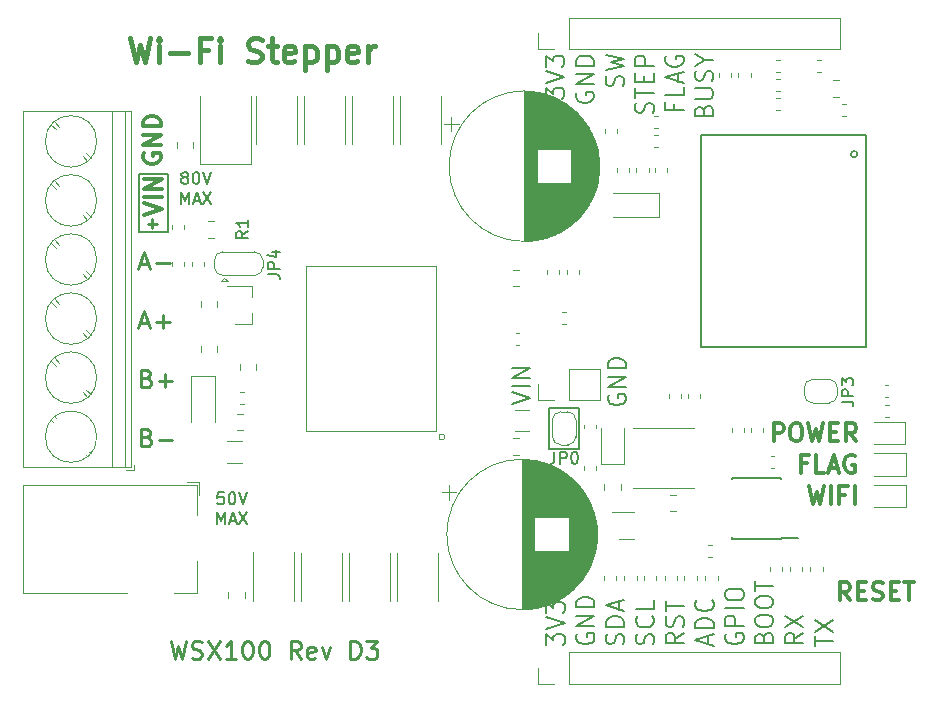
<source format=gbr>
G04 #@! TF.GenerationSoftware,KiCad,Pcbnew,5.1.5-52549c5~84~ubuntu18.04.1*
G04 #@! TF.CreationDate,2020-03-09T10:29:23-07:00*
G04 #@! TF.ProjectId,wifistepper,77696669-7374-4657-9070-65722e6b6963,rev?*
G04 #@! TF.SameCoordinates,Original*
G04 #@! TF.FileFunction,Legend,Top*
G04 #@! TF.FilePolarity,Positive*
%FSLAX46Y46*%
G04 Gerber Fmt 4.6, Leading zero omitted, Abs format (unit mm)*
G04 Created by KiCad (PCBNEW 5.1.5-52549c5~84~ubuntu18.04.1) date 2020-03-09 10:29:23*
%MOMM*%
%LPD*%
G04 APERTURE LIST*
%ADD10C,0.300000*%
%ADD11C,0.350000*%
%ADD12C,0.250000*%
%ADD13C,0.200000*%
%ADD14C,0.400000*%
%ADD15C,0.100000*%
%ADD16C,0.120000*%
%ADD17C,0.150000*%
G04 APERTURE END LIST*
D10*
X44017500Y-73278857D02*
X43946071Y-73421714D01*
X43946071Y-73636000D01*
X44017500Y-73850285D01*
X44160357Y-73993142D01*
X44303214Y-74064571D01*
X44588928Y-74136000D01*
X44803214Y-74136000D01*
X45088928Y-74064571D01*
X45231785Y-73993142D01*
X45374642Y-73850285D01*
X45446071Y-73636000D01*
X45446071Y-73493142D01*
X45374642Y-73278857D01*
X45303214Y-73207428D01*
X44803214Y-73207428D01*
X44803214Y-73493142D01*
X45446071Y-72564571D02*
X43946071Y-72564571D01*
X45446071Y-71707428D01*
X43946071Y-71707428D01*
X45446071Y-70993142D02*
X43946071Y-70993142D01*
X43946071Y-70636000D01*
X44017500Y-70421714D01*
X44160357Y-70278857D01*
X44303214Y-70207428D01*
X44588928Y-70136000D01*
X44803214Y-70136000D01*
X45088928Y-70207428D01*
X45231785Y-70278857D01*
X45374642Y-70421714D01*
X45446071Y-70636000D01*
X45446071Y-70993142D01*
D11*
X97325285Y-97643071D02*
X97325285Y-96143071D01*
X97896714Y-96143071D01*
X98039571Y-96214500D01*
X98111000Y-96285928D01*
X98182428Y-96428785D01*
X98182428Y-96643071D01*
X98111000Y-96785928D01*
X98039571Y-96857357D01*
X97896714Y-96928785D01*
X97325285Y-96928785D01*
X99111000Y-96143071D02*
X99396714Y-96143071D01*
X99539571Y-96214500D01*
X99682428Y-96357357D01*
X99753857Y-96643071D01*
X99753857Y-97143071D01*
X99682428Y-97428785D01*
X99539571Y-97571642D01*
X99396714Y-97643071D01*
X99111000Y-97643071D01*
X98968142Y-97571642D01*
X98825285Y-97428785D01*
X98753857Y-97143071D01*
X98753857Y-96643071D01*
X98825285Y-96357357D01*
X98968142Y-96214500D01*
X99111000Y-96143071D01*
X100253857Y-96143071D02*
X100611000Y-97643071D01*
X100896714Y-96571642D01*
X101182428Y-97643071D01*
X101539571Y-96143071D01*
X102111000Y-96857357D02*
X102611000Y-96857357D01*
X102825285Y-97643071D02*
X102111000Y-97643071D01*
X102111000Y-96143071D01*
X102825285Y-96143071D01*
X104325285Y-97643071D02*
X103825285Y-96928785D01*
X103468142Y-97643071D02*
X103468142Y-96143071D01*
X104039571Y-96143071D01*
X104182428Y-96214500D01*
X104253857Y-96285928D01*
X104325285Y-96428785D01*
X104325285Y-96643071D01*
X104253857Y-96785928D01*
X104182428Y-96857357D01*
X104039571Y-96928785D01*
X103468142Y-96928785D01*
D12*
X44323047Y-79255928D02*
X45084952Y-79255928D01*
X44704000Y-79636880D02*
X44704000Y-78874976D01*
D10*
X44009571Y-78477857D02*
X45509571Y-77977857D01*
X44009571Y-77477857D01*
X45509571Y-76977857D02*
X44009571Y-76977857D01*
X45509571Y-76263571D02*
X44009571Y-76263571D01*
X45509571Y-75406428D01*
X44009571Y-75406428D01*
D13*
X46037500Y-74993500D02*
X43561000Y-74993500D01*
X43561000Y-79946500D02*
X43561000Y-74993500D01*
X46037500Y-79946500D02*
X46037500Y-74993500D01*
X43561000Y-79946500D02*
X46037500Y-79946500D01*
X104409408Y-73342500D02*
G75*
G03X104409408Y-73342500I-269408J0D01*
G01*
X83374800Y-93742857D02*
X83303371Y-93885714D01*
X83303371Y-94100000D01*
X83374800Y-94314285D01*
X83517657Y-94457142D01*
X83660514Y-94528571D01*
X83946228Y-94600000D01*
X84160514Y-94600000D01*
X84446228Y-94528571D01*
X84589085Y-94457142D01*
X84731942Y-94314285D01*
X84803371Y-94100000D01*
X84803371Y-93957142D01*
X84731942Y-93742857D01*
X84660514Y-93671428D01*
X84160514Y-93671428D01*
X84160514Y-93957142D01*
X84803371Y-93028571D02*
X83303371Y-93028571D01*
X84803371Y-92171428D01*
X83303371Y-92171428D01*
X84803371Y-91457142D02*
X83303371Y-91457142D01*
X83303371Y-91100000D01*
X83374800Y-90885714D01*
X83517657Y-90742857D01*
X83660514Y-90671428D01*
X83946228Y-90600000D01*
X84160514Y-90600000D01*
X84446228Y-90671428D01*
X84589085Y-90742857D01*
X84731942Y-90885714D01*
X84803371Y-91100000D01*
X84803371Y-91457142D01*
X75188071Y-94492557D02*
X76688071Y-93992557D01*
X75188071Y-93492557D01*
X76688071Y-92992557D02*
X75188071Y-92992557D01*
X76688071Y-92278271D02*
X75188071Y-92278271D01*
X76688071Y-91421128D01*
X75188071Y-91421128D01*
D12*
X46287285Y-114558071D02*
X46644428Y-116058071D01*
X46930142Y-114986642D01*
X47215857Y-116058071D01*
X47573000Y-114558071D01*
X48073000Y-115986642D02*
X48287285Y-116058071D01*
X48644428Y-116058071D01*
X48787285Y-115986642D01*
X48858714Y-115915214D01*
X48930142Y-115772357D01*
X48930142Y-115629500D01*
X48858714Y-115486642D01*
X48787285Y-115415214D01*
X48644428Y-115343785D01*
X48358714Y-115272357D01*
X48215857Y-115200928D01*
X48144428Y-115129500D01*
X48073000Y-114986642D01*
X48073000Y-114843785D01*
X48144428Y-114700928D01*
X48215857Y-114629500D01*
X48358714Y-114558071D01*
X48715857Y-114558071D01*
X48930142Y-114629500D01*
X49430142Y-114558071D02*
X50430142Y-116058071D01*
X50430142Y-114558071D02*
X49430142Y-116058071D01*
X51787285Y-116058071D02*
X50930142Y-116058071D01*
X51358714Y-116058071D02*
X51358714Y-114558071D01*
X51215857Y-114772357D01*
X51073000Y-114915214D01*
X50930142Y-114986642D01*
X52715857Y-114558071D02*
X52858714Y-114558071D01*
X53001571Y-114629500D01*
X53073000Y-114700928D01*
X53144428Y-114843785D01*
X53215857Y-115129500D01*
X53215857Y-115486642D01*
X53144428Y-115772357D01*
X53073000Y-115915214D01*
X53001571Y-115986642D01*
X52858714Y-116058071D01*
X52715857Y-116058071D01*
X52573000Y-115986642D01*
X52501571Y-115915214D01*
X52430142Y-115772357D01*
X52358714Y-115486642D01*
X52358714Y-115129500D01*
X52430142Y-114843785D01*
X52501571Y-114700928D01*
X52573000Y-114629500D01*
X52715857Y-114558071D01*
X54144428Y-114558071D02*
X54287285Y-114558071D01*
X54430142Y-114629500D01*
X54501571Y-114700928D01*
X54573000Y-114843785D01*
X54644428Y-115129500D01*
X54644428Y-115486642D01*
X54573000Y-115772357D01*
X54501571Y-115915214D01*
X54430142Y-115986642D01*
X54287285Y-116058071D01*
X54144428Y-116058071D01*
X54001571Y-115986642D01*
X53930142Y-115915214D01*
X53858714Y-115772357D01*
X53787285Y-115486642D01*
X53787285Y-115129500D01*
X53858714Y-114843785D01*
X53930142Y-114700928D01*
X54001571Y-114629500D01*
X54144428Y-114558071D01*
X57287285Y-116058071D02*
X56787285Y-115343785D01*
X56430142Y-116058071D02*
X56430142Y-114558071D01*
X57001571Y-114558071D01*
X57144428Y-114629500D01*
X57215857Y-114700928D01*
X57287285Y-114843785D01*
X57287285Y-115058071D01*
X57215857Y-115200928D01*
X57144428Y-115272357D01*
X57001571Y-115343785D01*
X56430142Y-115343785D01*
X58501571Y-115986642D02*
X58358714Y-116058071D01*
X58073000Y-116058071D01*
X57930142Y-115986642D01*
X57858714Y-115843785D01*
X57858714Y-115272357D01*
X57930142Y-115129500D01*
X58073000Y-115058071D01*
X58358714Y-115058071D01*
X58501571Y-115129500D01*
X58573000Y-115272357D01*
X58573000Y-115415214D01*
X57858714Y-115558071D01*
X59073000Y-115058071D02*
X59430142Y-116058071D01*
X59787285Y-115058071D01*
X61501571Y-116058071D02*
X61501571Y-114558071D01*
X61858714Y-114558071D01*
X62073000Y-114629500D01*
X62215857Y-114772357D01*
X62287285Y-114915214D01*
X62358714Y-115200928D01*
X62358714Y-115415214D01*
X62287285Y-115700928D01*
X62215857Y-115843785D01*
X62073000Y-115986642D01*
X61858714Y-116058071D01*
X61501571Y-116058071D01*
X62858714Y-114558071D02*
X63787285Y-114558071D01*
X63287285Y-115129500D01*
X63501571Y-115129500D01*
X63644428Y-115200928D01*
X63715857Y-115272357D01*
X63787285Y-115415214D01*
X63787285Y-115772357D01*
X63715857Y-115915214D01*
X63644428Y-115986642D01*
X63501571Y-116058071D01*
X63073000Y-116058071D01*
X62930142Y-115986642D01*
X62858714Y-115915214D01*
D13*
X47387000Y-75294452D02*
X47291761Y-75246833D01*
X47244142Y-75199214D01*
X47196523Y-75103976D01*
X47196523Y-75056357D01*
X47244142Y-74961119D01*
X47291761Y-74913500D01*
X47387000Y-74865880D01*
X47577476Y-74865880D01*
X47672714Y-74913500D01*
X47720333Y-74961119D01*
X47767952Y-75056357D01*
X47767952Y-75103976D01*
X47720333Y-75199214D01*
X47672714Y-75246833D01*
X47577476Y-75294452D01*
X47387000Y-75294452D01*
X47291761Y-75342071D01*
X47244142Y-75389690D01*
X47196523Y-75484928D01*
X47196523Y-75675404D01*
X47244142Y-75770642D01*
X47291761Y-75818261D01*
X47387000Y-75865880D01*
X47577476Y-75865880D01*
X47672714Y-75818261D01*
X47720333Y-75770642D01*
X47767952Y-75675404D01*
X47767952Y-75484928D01*
X47720333Y-75389690D01*
X47672714Y-75342071D01*
X47577476Y-75294452D01*
X48387000Y-74865880D02*
X48482238Y-74865880D01*
X48577476Y-74913500D01*
X48625095Y-74961119D01*
X48672714Y-75056357D01*
X48720333Y-75246833D01*
X48720333Y-75484928D01*
X48672714Y-75675404D01*
X48625095Y-75770642D01*
X48577476Y-75818261D01*
X48482238Y-75865880D01*
X48387000Y-75865880D01*
X48291761Y-75818261D01*
X48244142Y-75770642D01*
X48196523Y-75675404D01*
X48148904Y-75484928D01*
X48148904Y-75246833D01*
X48196523Y-75056357D01*
X48244142Y-74961119D01*
X48291761Y-74913500D01*
X48387000Y-74865880D01*
X49006047Y-74865880D02*
X49339380Y-75865880D01*
X49672714Y-74865880D01*
X47148904Y-77565880D02*
X47148904Y-76565880D01*
X47482238Y-77280166D01*
X47815571Y-76565880D01*
X47815571Y-77565880D01*
X48244142Y-77280166D02*
X48720333Y-77280166D01*
X48148904Y-77565880D02*
X48482238Y-76565880D01*
X48815571Y-77565880D01*
X49053666Y-76565880D02*
X49720333Y-77565880D01*
X49720333Y-76565880D02*
X49053666Y-77565880D01*
X50768333Y-101980380D02*
X50292142Y-101980380D01*
X50244523Y-102456571D01*
X50292142Y-102408952D01*
X50387380Y-102361333D01*
X50625476Y-102361333D01*
X50720714Y-102408952D01*
X50768333Y-102456571D01*
X50815952Y-102551809D01*
X50815952Y-102789904D01*
X50768333Y-102885142D01*
X50720714Y-102932761D01*
X50625476Y-102980380D01*
X50387380Y-102980380D01*
X50292142Y-102932761D01*
X50244523Y-102885142D01*
X51435000Y-101980380D02*
X51530238Y-101980380D01*
X51625476Y-102028000D01*
X51673095Y-102075619D01*
X51720714Y-102170857D01*
X51768333Y-102361333D01*
X51768333Y-102599428D01*
X51720714Y-102789904D01*
X51673095Y-102885142D01*
X51625476Y-102932761D01*
X51530238Y-102980380D01*
X51435000Y-102980380D01*
X51339761Y-102932761D01*
X51292142Y-102885142D01*
X51244523Y-102789904D01*
X51196904Y-102599428D01*
X51196904Y-102361333D01*
X51244523Y-102170857D01*
X51292142Y-102075619D01*
X51339761Y-102028000D01*
X51435000Y-101980380D01*
X52054047Y-101980380D02*
X52387380Y-102980380D01*
X52720714Y-101980380D01*
X50196904Y-104680380D02*
X50196904Y-103680380D01*
X50530238Y-104394666D01*
X50863571Y-103680380D01*
X50863571Y-104680380D01*
X51292142Y-104394666D02*
X51768333Y-104394666D01*
X51196904Y-104680380D02*
X51530238Y-103680380D01*
X51863571Y-104680380D01*
X52101666Y-103680380D02*
X52768333Y-104680380D01*
X52768333Y-103680380D02*
X52101666Y-104680380D01*
D10*
X103802928Y-111105071D02*
X103302928Y-110390785D01*
X102945785Y-111105071D02*
X102945785Y-109605071D01*
X103517214Y-109605071D01*
X103660071Y-109676500D01*
X103731500Y-109747928D01*
X103802928Y-109890785D01*
X103802928Y-110105071D01*
X103731500Y-110247928D01*
X103660071Y-110319357D01*
X103517214Y-110390785D01*
X102945785Y-110390785D01*
X104445785Y-110319357D02*
X104945785Y-110319357D01*
X105160071Y-111105071D02*
X104445785Y-111105071D01*
X104445785Y-109605071D01*
X105160071Y-109605071D01*
X105731500Y-111033642D02*
X105945785Y-111105071D01*
X106302928Y-111105071D01*
X106445785Y-111033642D01*
X106517214Y-110962214D01*
X106588642Y-110819357D01*
X106588642Y-110676500D01*
X106517214Y-110533642D01*
X106445785Y-110462214D01*
X106302928Y-110390785D01*
X106017214Y-110319357D01*
X105874357Y-110247928D01*
X105802928Y-110176500D01*
X105731500Y-110033642D01*
X105731500Y-109890785D01*
X105802928Y-109747928D01*
X105874357Y-109676500D01*
X106017214Y-109605071D01*
X106374357Y-109605071D01*
X106588642Y-109676500D01*
X107231500Y-110319357D02*
X107731500Y-110319357D01*
X107945785Y-111105071D02*
X107231500Y-111105071D01*
X107231500Y-109605071D01*
X107945785Y-109605071D01*
X108374357Y-109605071D02*
X109231500Y-109605071D01*
X108802928Y-111105071D02*
X108802928Y-109605071D01*
D13*
X80896500Y-94837500D02*
X80896500Y-98266500D01*
X78356500Y-94837500D02*
X80896500Y-94837500D01*
X78356500Y-98266500D02*
X78356500Y-94837500D01*
X80896500Y-98266500D02*
X78356500Y-98266500D01*
D11*
X100333214Y-101477071D02*
X100690357Y-102977071D01*
X100976071Y-101905642D01*
X101261785Y-102977071D01*
X101618928Y-101477071D01*
X102190357Y-102977071D02*
X102190357Y-101477071D01*
X103404642Y-102191357D02*
X102904642Y-102191357D01*
X102904642Y-102977071D02*
X102904642Y-101477071D01*
X103618928Y-101477071D01*
X104190357Y-102977071D02*
X104190357Y-101477071D01*
X100118928Y-99524357D02*
X99618928Y-99524357D01*
X99618928Y-100310071D02*
X99618928Y-98810071D01*
X100333214Y-98810071D01*
X101618928Y-100310071D02*
X100904642Y-100310071D01*
X100904642Y-98810071D01*
X102047500Y-99881500D02*
X102761785Y-99881500D01*
X101904642Y-100310071D02*
X102404642Y-98810071D01*
X102904642Y-100310071D01*
X104190357Y-98881500D02*
X104047500Y-98810071D01*
X103833214Y-98810071D01*
X103618928Y-98881500D01*
X103476071Y-99024357D01*
X103404642Y-99167214D01*
X103333214Y-99452928D01*
X103333214Y-99667214D01*
X103404642Y-99952928D01*
X103476071Y-100095785D01*
X103618928Y-100238642D01*
X103833214Y-100310071D01*
X103976071Y-100310071D01*
X104190357Y-100238642D01*
X104261785Y-100167214D01*
X104261785Y-99667214D01*
X103976071Y-99667214D01*
D14*
X42836714Y-63547761D02*
X43312904Y-65547761D01*
X43693857Y-64119190D01*
X44074809Y-65547761D01*
X44551000Y-63547761D01*
X45312904Y-65547761D02*
X45312904Y-64214428D01*
X45312904Y-63547761D02*
X45217666Y-63643000D01*
X45312904Y-63738238D01*
X45408142Y-63643000D01*
X45312904Y-63547761D01*
X45312904Y-63738238D01*
X46265285Y-64785857D02*
X47789095Y-64785857D01*
X49408142Y-64500142D02*
X48741476Y-64500142D01*
X48741476Y-65547761D02*
X48741476Y-63547761D01*
X49693857Y-63547761D01*
X50455761Y-65547761D02*
X50455761Y-64214428D01*
X50455761Y-63547761D02*
X50360523Y-63643000D01*
X50455761Y-63738238D01*
X50551000Y-63643000D01*
X50455761Y-63547761D01*
X50455761Y-63738238D01*
X52836714Y-65452523D02*
X53122428Y-65547761D01*
X53598619Y-65547761D01*
X53789095Y-65452523D01*
X53884333Y-65357285D01*
X53979571Y-65166809D01*
X53979571Y-64976333D01*
X53884333Y-64785857D01*
X53789095Y-64690619D01*
X53598619Y-64595380D01*
X53217666Y-64500142D01*
X53027190Y-64404904D01*
X52931952Y-64309666D01*
X52836714Y-64119190D01*
X52836714Y-63928714D01*
X52931952Y-63738238D01*
X53027190Y-63643000D01*
X53217666Y-63547761D01*
X53693857Y-63547761D01*
X53979571Y-63643000D01*
X54551000Y-64214428D02*
X55312904Y-64214428D01*
X54836714Y-63547761D02*
X54836714Y-65262047D01*
X54931952Y-65452523D01*
X55122428Y-65547761D01*
X55312904Y-65547761D01*
X56741476Y-65452523D02*
X56551000Y-65547761D01*
X56170047Y-65547761D01*
X55979571Y-65452523D01*
X55884333Y-65262047D01*
X55884333Y-64500142D01*
X55979571Y-64309666D01*
X56170047Y-64214428D01*
X56551000Y-64214428D01*
X56741476Y-64309666D01*
X56836714Y-64500142D01*
X56836714Y-64690619D01*
X55884333Y-64881095D01*
X57693857Y-64214428D02*
X57693857Y-66214428D01*
X57693857Y-64309666D02*
X57884333Y-64214428D01*
X58265285Y-64214428D01*
X58455761Y-64309666D01*
X58551000Y-64404904D01*
X58646238Y-64595380D01*
X58646238Y-65166809D01*
X58551000Y-65357285D01*
X58455761Y-65452523D01*
X58265285Y-65547761D01*
X57884333Y-65547761D01*
X57693857Y-65452523D01*
X59503380Y-64214428D02*
X59503380Y-66214428D01*
X59503380Y-64309666D02*
X59693857Y-64214428D01*
X60074809Y-64214428D01*
X60265285Y-64309666D01*
X60360523Y-64404904D01*
X60455761Y-64595380D01*
X60455761Y-65166809D01*
X60360523Y-65357285D01*
X60265285Y-65452523D01*
X60074809Y-65547761D01*
X59693857Y-65547761D01*
X59503380Y-65452523D01*
X62074809Y-65452523D02*
X61884333Y-65547761D01*
X61503380Y-65547761D01*
X61312904Y-65452523D01*
X61217666Y-65262047D01*
X61217666Y-64500142D01*
X61312904Y-64309666D01*
X61503380Y-64214428D01*
X61884333Y-64214428D01*
X62074809Y-64309666D01*
X62170047Y-64500142D01*
X62170047Y-64690619D01*
X61217666Y-64881095D01*
X63027190Y-65547761D02*
X63027190Y-64214428D01*
X63027190Y-64595380D02*
X63122428Y-64404904D01*
X63217666Y-64309666D01*
X63408142Y-64214428D01*
X63598619Y-64214428D01*
D12*
X43691714Y-82666000D02*
X44406000Y-82666000D01*
X43548857Y-83094571D02*
X44048857Y-81594571D01*
X44548857Y-83094571D01*
X45048857Y-82523142D02*
X46191714Y-82523142D01*
X43691714Y-87666000D02*
X44406000Y-87666000D01*
X43548857Y-88094571D02*
X44048857Y-86594571D01*
X44548857Y-88094571D01*
X45048857Y-87523142D02*
X46191714Y-87523142D01*
X45620285Y-88094571D02*
X45620285Y-86951714D01*
X44263142Y-92308857D02*
X44477428Y-92380285D01*
X44548857Y-92451714D01*
X44620285Y-92594571D01*
X44620285Y-92808857D01*
X44548857Y-92951714D01*
X44477428Y-93023142D01*
X44334571Y-93094571D01*
X43763142Y-93094571D01*
X43763142Y-91594571D01*
X44263142Y-91594571D01*
X44406000Y-91666000D01*
X44477428Y-91737428D01*
X44548857Y-91880285D01*
X44548857Y-92023142D01*
X44477428Y-92166000D01*
X44406000Y-92237428D01*
X44263142Y-92308857D01*
X43763142Y-92308857D01*
X45263142Y-92523142D02*
X46406000Y-92523142D01*
X45834571Y-93094571D02*
X45834571Y-91951714D01*
X44263142Y-97308857D02*
X44477428Y-97380285D01*
X44548857Y-97451714D01*
X44620285Y-97594571D01*
X44620285Y-97808857D01*
X44548857Y-97951714D01*
X44477428Y-98023142D01*
X44334571Y-98094571D01*
X43763142Y-98094571D01*
X43763142Y-96594571D01*
X44263142Y-96594571D01*
X44406000Y-96666000D01*
X44477428Y-96737428D01*
X44548857Y-96880285D01*
X44548857Y-97023142D01*
X44477428Y-97166000D01*
X44406000Y-97237428D01*
X44263142Y-97308857D01*
X43763142Y-97308857D01*
X45263142Y-97523142D02*
X46406000Y-97523142D01*
D13*
X78055690Y-68638071D02*
X78055690Y-67709500D01*
X78646166Y-68209500D01*
X78646166Y-67995214D01*
X78719976Y-67852357D01*
X78793785Y-67780928D01*
X78941404Y-67709500D01*
X79310452Y-67709500D01*
X79458071Y-67780928D01*
X79531880Y-67852357D01*
X79605690Y-67995214D01*
X79605690Y-68423785D01*
X79531880Y-68566642D01*
X79458071Y-68638071D01*
X78055690Y-67280928D02*
X79605690Y-66780928D01*
X78055690Y-66280928D01*
X78055690Y-65923785D02*
X78055690Y-64995214D01*
X78646166Y-65495214D01*
X78646166Y-65280928D01*
X78719976Y-65138071D01*
X78793785Y-65066642D01*
X78941404Y-64995214D01*
X79310452Y-64995214D01*
X79458071Y-65066642D01*
X79531880Y-65138071D01*
X79605690Y-65280928D01*
X79605690Y-65709500D01*
X79531880Y-65852357D01*
X79458071Y-65923785D01*
X80654500Y-68138071D02*
X80580690Y-68280928D01*
X80580690Y-68495214D01*
X80654500Y-68709500D01*
X80802119Y-68852357D01*
X80949738Y-68923785D01*
X81244976Y-68995214D01*
X81466404Y-68995214D01*
X81761642Y-68923785D01*
X81909261Y-68852357D01*
X82056880Y-68709500D01*
X82130690Y-68495214D01*
X82130690Y-68352357D01*
X82056880Y-68138071D01*
X81983071Y-68066642D01*
X81466404Y-68066642D01*
X81466404Y-68352357D01*
X82130690Y-67423785D02*
X80580690Y-67423785D01*
X82130690Y-66566642D01*
X80580690Y-66566642D01*
X82130690Y-65852357D02*
X80580690Y-65852357D01*
X80580690Y-65495214D01*
X80654500Y-65280928D01*
X80802119Y-65138071D01*
X80949738Y-65066642D01*
X81244976Y-64995214D01*
X81466404Y-64995214D01*
X81761642Y-65066642D01*
X81909261Y-65138071D01*
X82056880Y-65280928D01*
X82130690Y-65495214D01*
X82130690Y-65852357D01*
X84581880Y-67566642D02*
X84655690Y-67352357D01*
X84655690Y-66995214D01*
X84581880Y-66852357D01*
X84508071Y-66780928D01*
X84360452Y-66709500D01*
X84212833Y-66709500D01*
X84065214Y-66780928D01*
X83991404Y-66852357D01*
X83917595Y-66995214D01*
X83843785Y-67280928D01*
X83769976Y-67423785D01*
X83696166Y-67495214D01*
X83548547Y-67566642D01*
X83400928Y-67566642D01*
X83253309Y-67495214D01*
X83179500Y-67423785D01*
X83105690Y-67280928D01*
X83105690Y-66923785D01*
X83179500Y-66709500D01*
X83105690Y-66209500D02*
X84655690Y-65852357D01*
X83548547Y-65566642D01*
X84655690Y-65280928D01*
X83105690Y-64923785D01*
X87106880Y-69852357D02*
X87180690Y-69638071D01*
X87180690Y-69280928D01*
X87106880Y-69138071D01*
X87033071Y-69066642D01*
X86885452Y-68995214D01*
X86737833Y-68995214D01*
X86590214Y-69066642D01*
X86516404Y-69138071D01*
X86442595Y-69280928D01*
X86368785Y-69566642D01*
X86294976Y-69709500D01*
X86221166Y-69780928D01*
X86073547Y-69852357D01*
X85925928Y-69852357D01*
X85778309Y-69780928D01*
X85704500Y-69709500D01*
X85630690Y-69566642D01*
X85630690Y-69209500D01*
X85704500Y-68995214D01*
X85630690Y-68566642D02*
X85630690Y-67709500D01*
X87180690Y-68138071D02*
X85630690Y-68138071D01*
X86368785Y-67209500D02*
X86368785Y-66709500D01*
X87180690Y-66495214D02*
X87180690Y-67209500D01*
X85630690Y-67209500D01*
X85630690Y-66495214D01*
X87180690Y-65852357D02*
X85630690Y-65852357D01*
X85630690Y-65280928D01*
X85704500Y-65138071D01*
X85778309Y-65066642D01*
X85925928Y-64995214D01*
X86147357Y-64995214D01*
X86294976Y-65066642D01*
X86368785Y-65138071D01*
X86442595Y-65280928D01*
X86442595Y-65852357D01*
X88893785Y-69138071D02*
X88893785Y-69638071D01*
X89705690Y-69638071D02*
X88155690Y-69638071D01*
X88155690Y-68923785D01*
X89705690Y-67638071D02*
X89705690Y-68352357D01*
X88155690Y-68352357D01*
X89262833Y-67209500D02*
X89262833Y-66495214D01*
X89705690Y-67352357D02*
X88155690Y-66852357D01*
X89705690Y-66352357D01*
X88229500Y-65066642D02*
X88155690Y-65209500D01*
X88155690Y-65423785D01*
X88229500Y-65638071D01*
X88377119Y-65780928D01*
X88524738Y-65852357D01*
X88819976Y-65923785D01*
X89041404Y-65923785D01*
X89336642Y-65852357D01*
X89484261Y-65780928D01*
X89631880Y-65638071D01*
X89705690Y-65423785D01*
X89705690Y-65280928D01*
X89631880Y-65066642D01*
X89558071Y-64995214D01*
X89041404Y-64995214D01*
X89041404Y-65280928D01*
X91418785Y-69638071D02*
X91492595Y-69423785D01*
X91566404Y-69352357D01*
X91714023Y-69280928D01*
X91935452Y-69280928D01*
X92083071Y-69352357D01*
X92156880Y-69423785D01*
X92230690Y-69566642D01*
X92230690Y-70138071D01*
X90680690Y-70138071D01*
X90680690Y-69638071D01*
X90754500Y-69495214D01*
X90828309Y-69423785D01*
X90975928Y-69352357D01*
X91123547Y-69352357D01*
X91271166Y-69423785D01*
X91344976Y-69495214D01*
X91418785Y-69638071D01*
X91418785Y-70138071D01*
X90680690Y-68638071D02*
X91935452Y-68638071D01*
X92083071Y-68566642D01*
X92156880Y-68495214D01*
X92230690Y-68352357D01*
X92230690Y-68066642D01*
X92156880Y-67923785D01*
X92083071Y-67852357D01*
X91935452Y-67780928D01*
X90680690Y-67780928D01*
X92156880Y-67138071D02*
X92230690Y-66923785D01*
X92230690Y-66566642D01*
X92156880Y-66423785D01*
X92083071Y-66352357D01*
X91935452Y-66280928D01*
X91787833Y-66280928D01*
X91640214Y-66352357D01*
X91566404Y-66423785D01*
X91492595Y-66566642D01*
X91418785Y-66852357D01*
X91344976Y-66995214D01*
X91271166Y-67066642D01*
X91123547Y-67138071D01*
X90975928Y-67138071D01*
X90828309Y-67066642D01*
X90754500Y-66995214D01*
X90680690Y-66852357D01*
X90680690Y-66495214D01*
X90754500Y-66280928D01*
X91492595Y-65352357D02*
X92230690Y-65352357D01*
X90680690Y-65852357D02*
X91492595Y-65352357D01*
X90680690Y-64852357D01*
X78085690Y-114908214D02*
X78085690Y-113979642D01*
X78676166Y-114479642D01*
X78676166Y-114265357D01*
X78749976Y-114122500D01*
X78823785Y-114051071D01*
X78971404Y-113979642D01*
X79340452Y-113979642D01*
X79488071Y-114051071D01*
X79561880Y-114122500D01*
X79635690Y-114265357D01*
X79635690Y-114693928D01*
X79561880Y-114836785D01*
X79488071Y-114908214D01*
X78085690Y-113551071D02*
X79635690Y-113051071D01*
X78085690Y-112551071D01*
X78085690Y-112193928D02*
X78085690Y-111265357D01*
X78676166Y-111765357D01*
X78676166Y-111551071D01*
X78749976Y-111408214D01*
X78823785Y-111336785D01*
X78971404Y-111265357D01*
X79340452Y-111265357D01*
X79488071Y-111336785D01*
X79561880Y-111408214D01*
X79635690Y-111551071D01*
X79635690Y-111979642D01*
X79561880Y-112122500D01*
X79488071Y-112193928D01*
X80684500Y-113979642D02*
X80610690Y-114122500D01*
X80610690Y-114336785D01*
X80684500Y-114551071D01*
X80832119Y-114693928D01*
X80979738Y-114765357D01*
X81274976Y-114836785D01*
X81496404Y-114836785D01*
X81791642Y-114765357D01*
X81939261Y-114693928D01*
X82086880Y-114551071D01*
X82160690Y-114336785D01*
X82160690Y-114193928D01*
X82086880Y-113979642D01*
X82013071Y-113908214D01*
X81496404Y-113908214D01*
X81496404Y-114193928D01*
X82160690Y-113265357D02*
X80610690Y-113265357D01*
X82160690Y-112408214D01*
X80610690Y-112408214D01*
X82160690Y-111693928D02*
X80610690Y-111693928D01*
X80610690Y-111336785D01*
X80684500Y-111122500D01*
X80832119Y-110979642D01*
X80979738Y-110908214D01*
X81274976Y-110836785D01*
X81496404Y-110836785D01*
X81791642Y-110908214D01*
X81939261Y-110979642D01*
X82086880Y-111122500D01*
X82160690Y-111336785D01*
X82160690Y-111693928D01*
X84611880Y-114836785D02*
X84685690Y-114622500D01*
X84685690Y-114265357D01*
X84611880Y-114122500D01*
X84538071Y-114051071D01*
X84390452Y-113979642D01*
X84242833Y-113979642D01*
X84095214Y-114051071D01*
X84021404Y-114122500D01*
X83947595Y-114265357D01*
X83873785Y-114551071D01*
X83799976Y-114693928D01*
X83726166Y-114765357D01*
X83578547Y-114836785D01*
X83430928Y-114836785D01*
X83283309Y-114765357D01*
X83209500Y-114693928D01*
X83135690Y-114551071D01*
X83135690Y-114193928D01*
X83209500Y-113979642D01*
X84685690Y-113336785D02*
X83135690Y-113336785D01*
X83135690Y-112979642D01*
X83209500Y-112765357D01*
X83357119Y-112622500D01*
X83504738Y-112551071D01*
X83799976Y-112479642D01*
X84021404Y-112479642D01*
X84316642Y-112551071D01*
X84464261Y-112622500D01*
X84611880Y-112765357D01*
X84685690Y-112979642D01*
X84685690Y-113336785D01*
X84242833Y-111908214D02*
X84242833Y-111193928D01*
X84685690Y-112051071D02*
X83135690Y-111551071D01*
X84685690Y-111051071D01*
X87136880Y-114836785D02*
X87210690Y-114622500D01*
X87210690Y-114265357D01*
X87136880Y-114122500D01*
X87063071Y-114051071D01*
X86915452Y-113979642D01*
X86767833Y-113979642D01*
X86620214Y-114051071D01*
X86546404Y-114122500D01*
X86472595Y-114265357D01*
X86398785Y-114551071D01*
X86324976Y-114693928D01*
X86251166Y-114765357D01*
X86103547Y-114836785D01*
X85955928Y-114836785D01*
X85808309Y-114765357D01*
X85734500Y-114693928D01*
X85660690Y-114551071D01*
X85660690Y-114193928D01*
X85734500Y-113979642D01*
X87063071Y-112479642D02*
X87136880Y-112551071D01*
X87210690Y-112765357D01*
X87210690Y-112908214D01*
X87136880Y-113122500D01*
X86989261Y-113265357D01*
X86841642Y-113336785D01*
X86546404Y-113408214D01*
X86324976Y-113408214D01*
X86029738Y-113336785D01*
X85882119Y-113265357D01*
X85734500Y-113122500D01*
X85660690Y-112908214D01*
X85660690Y-112765357D01*
X85734500Y-112551071D01*
X85808309Y-112479642D01*
X87210690Y-111122500D02*
X87210690Y-111836785D01*
X85660690Y-111836785D01*
X89735690Y-113908214D02*
X88997595Y-114408214D01*
X89735690Y-114765357D02*
X88185690Y-114765357D01*
X88185690Y-114193928D01*
X88259500Y-114051071D01*
X88333309Y-113979642D01*
X88480928Y-113908214D01*
X88702357Y-113908214D01*
X88849976Y-113979642D01*
X88923785Y-114051071D01*
X88997595Y-114193928D01*
X88997595Y-114765357D01*
X89661880Y-113336785D02*
X89735690Y-113122500D01*
X89735690Y-112765357D01*
X89661880Y-112622500D01*
X89588071Y-112551071D01*
X89440452Y-112479642D01*
X89292833Y-112479642D01*
X89145214Y-112551071D01*
X89071404Y-112622500D01*
X88997595Y-112765357D01*
X88923785Y-113051071D01*
X88849976Y-113193928D01*
X88776166Y-113265357D01*
X88628547Y-113336785D01*
X88480928Y-113336785D01*
X88333309Y-113265357D01*
X88259500Y-113193928D01*
X88185690Y-113051071D01*
X88185690Y-112693928D01*
X88259500Y-112479642D01*
X88185690Y-112051071D02*
X88185690Y-111193928D01*
X89735690Y-111622500D02*
X88185690Y-111622500D01*
X91817833Y-114836785D02*
X91817833Y-114122500D01*
X92260690Y-114979642D02*
X90710690Y-114479642D01*
X92260690Y-113979642D01*
X92260690Y-113479642D02*
X90710690Y-113479642D01*
X90710690Y-113122500D01*
X90784500Y-112908214D01*
X90932119Y-112765357D01*
X91079738Y-112693928D01*
X91374976Y-112622500D01*
X91596404Y-112622500D01*
X91891642Y-112693928D01*
X92039261Y-112765357D01*
X92186880Y-112908214D01*
X92260690Y-113122500D01*
X92260690Y-113479642D01*
X92113071Y-111122500D02*
X92186880Y-111193928D01*
X92260690Y-111408214D01*
X92260690Y-111551071D01*
X92186880Y-111765357D01*
X92039261Y-111908214D01*
X91891642Y-111979642D01*
X91596404Y-112051071D01*
X91374976Y-112051071D01*
X91079738Y-111979642D01*
X90932119Y-111908214D01*
X90784500Y-111765357D01*
X90710690Y-111551071D01*
X90710690Y-111408214D01*
X90784500Y-111193928D01*
X90858309Y-111122500D01*
X93309500Y-113979642D02*
X93235690Y-114122500D01*
X93235690Y-114336785D01*
X93309500Y-114551071D01*
X93457119Y-114693928D01*
X93604738Y-114765357D01*
X93899976Y-114836785D01*
X94121404Y-114836785D01*
X94416642Y-114765357D01*
X94564261Y-114693928D01*
X94711880Y-114551071D01*
X94785690Y-114336785D01*
X94785690Y-114193928D01*
X94711880Y-113979642D01*
X94638071Y-113908214D01*
X94121404Y-113908214D01*
X94121404Y-114193928D01*
X94785690Y-113265357D02*
X93235690Y-113265357D01*
X93235690Y-112693928D01*
X93309500Y-112551071D01*
X93383309Y-112479642D01*
X93530928Y-112408214D01*
X93752357Y-112408214D01*
X93899976Y-112479642D01*
X93973785Y-112551071D01*
X94047595Y-112693928D01*
X94047595Y-113265357D01*
X94785690Y-111765357D02*
X93235690Y-111765357D01*
X93235690Y-110765357D02*
X93235690Y-110479642D01*
X93309500Y-110336785D01*
X93457119Y-110193928D01*
X93752357Y-110122500D01*
X94269023Y-110122500D01*
X94564261Y-110193928D01*
X94711880Y-110336785D01*
X94785690Y-110479642D01*
X94785690Y-110765357D01*
X94711880Y-110908214D01*
X94564261Y-111051071D01*
X94269023Y-111122500D01*
X93752357Y-111122500D01*
X93457119Y-111051071D01*
X93309500Y-110908214D01*
X93235690Y-110765357D01*
X96498785Y-114265357D02*
X96572595Y-114051071D01*
X96646404Y-113979642D01*
X96794023Y-113908214D01*
X97015452Y-113908214D01*
X97163071Y-113979642D01*
X97236880Y-114051071D01*
X97310690Y-114193928D01*
X97310690Y-114765357D01*
X95760690Y-114765357D01*
X95760690Y-114265357D01*
X95834500Y-114122500D01*
X95908309Y-114051071D01*
X96055928Y-113979642D01*
X96203547Y-113979642D01*
X96351166Y-114051071D01*
X96424976Y-114122500D01*
X96498785Y-114265357D01*
X96498785Y-114765357D01*
X95760690Y-112979642D02*
X95760690Y-112693928D01*
X95834500Y-112551071D01*
X95982119Y-112408214D01*
X96277357Y-112336785D01*
X96794023Y-112336785D01*
X97089261Y-112408214D01*
X97236880Y-112551071D01*
X97310690Y-112693928D01*
X97310690Y-112979642D01*
X97236880Y-113122500D01*
X97089261Y-113265357D01*
X96794023Y-113336785D01*
X96277357Y-113336785D01*
X95982119Y-113265357D01*
X95834500Y-113122500D01*
X95760690Y-112979642D01*
X95760690Y-111408214D02*
X95760690Y-111122500D01*
X95834500Y-110979642D01*
X95982119Y-110836785D01*
X96277357Y-110765357D01*
X96794023Y-110765357D01*
X97089261Y-110836785D01*
X97236880Y-110979642D01*
X97310690Y-111122500D01*
X97310690Y-111408214D01*
X97236880Y-111551071D01*
X97089261Y-111693928D01*
X96794023Y-111765357D01*
X96277357Y-111765357D01*
X95982119Y-111693928D01*
X95834500Y-111551071D01*
X95760690Y-111408214D01*
X95760690Y-110336785D02*
X95760690Y-109479642D01*
X97310690Y-109908214D02*
X95760690Y-109908214D01*
X99835690Y-113908214D02*
X99097595Y-114408214D01*
X99835690Y-114765357D02*
X98285690Y-114765357D01*
X98285690Y-114193928D01*
X98359500Y-114051071D01*
X98433309Y-113979642D01*
X98580928Y-113908214D01*
X98802357Y-113908214D01*
X98949976Y-113979642D01*
X99023785Y-114051071D01*
X99097595Y-114193928D01*
X99097595Y-114765357D01*
X98285690Y-113408214D02*
X99835690Y-112408214D01*
X98285690Y-112408214D02*
X99835690Y-113408214D01*
X100810690Y-114979642D02*
X100810690Y-114122500D01*
X102360690Y-114551071D02*
X100810690Y-114551071D01*
X100810690Y-113765357D02*
X102360690Y-112765357D01*
X100810690Y-112765357D02*
X102360690Y-113765357D01*
D15*
X68746000Y-96789000D02*
X57746000Y-96789000D01*
X57746000Y-96789000D02*
X57746000Y-82789000D01*
X57746000Y-82789000D02*
X68746000Y-82789000D01*
X68746000Y-82789000D02*
X68746000Y-96789000D01*
X69496000Y-97289000D02*
G75*
G03X69496000Y-97289000I-250000J0D01*
G01*
D16*
X82700000Y-99550000D02*
X84700000Y-99550000D01*
X84700000Y-99550000D02*
X84700000Y-96550000D01*
X82700000Y-99550000D02*
X82700000Y-96550000D01*
X107058779Y-92898500D02*
X106733221Y-92898500D01*
X107058779Y-93918500D02*
X106733221Y-93918500D01*
X52288064Y-99462000D02*
X51083936Y-99462000D01*
X52288064Y-97642000D02*
X51083936Y-97642000D01*
X53542000Y-91102922D02*
X53542000Y-91620078D01*
X52122000Y-91102922D02*
X52122000Y-91620078D01*
X48820000Y-86316078D02*
X48820000Y-85798922D01*
X50240000Y-86316078D02*
X50240000Y-85798922D01*
X52407078Y-96722000D02*
X51889922Y-96722000D01*
X52407078Y-95302000D02*
X51889922Y-95302000D01*
X48067500Y-82476221D02*
X48067500Y-82801779D01*
X49087500Y-82476221D02*
X49087500Y-82801779D01*
X75253922Y-97365000D02*
X75771078Y-97365000D01*
X75253922Y-98785000D02*
X75771078Y-98785000D01*
X75227922Y-84530000D02*
X75745078Y-84530000D01*
X75227922Y-83110000D02*
X75745078Y-83110000D01*
X46788000Y-72790578D02*
X46788000Y-72273422D01*
X48208000Y-72790578D02*
X48208000Y-72273422D01*
X51169500Y-110373422D02*
X51169500Y-110890578D01*
X52589500Y-110373422D02*
X52589500Y-110890578D01*
X52461279Y-94490000D02*
X52135721Y-94490000D01*
X52461279Y-93470000D02*
X52135721Y-93470000D01*
X50240000Y-90126078D02*
X50240000Y-89608922D01*
X48820000Y-90126078D02*
X48820000Y-89608922D01*
X78166500Y-83500279D02*
X78166500Y-83174721D01*
X79186500Y-83500279D02*
X79186500Y-83174721D01*
X102889578Y-67044500D02*
X102372422Y-67044500D01*
X102889578Y-68464500D02*
X102372422Y-68464500D01*
X103451779Y-70106000D02*
X103126221Y-70106000D01*
X103451779Y-69086000D02*
X103126221Y-69086000D01*
X97851279Y-68010500D02*
X97525721Y-68010500D01*
X97851279Y-66990500D02*
X97525721Y-66990500D01*
X82992500Y-109082721D02*
X82992500Y-109408279D01*
X84012500Y-109082721D02*
X84012500Y-109408279D01*
X89110078Y-102160000D02*
X88592922Y-102160000D01*
X89110078Y-103580000D02*
X88592922Y-103580000D01*
X91810721Y-107444000D02*
X92136279Y-107444000D01*
X91810721Y-106424000D02*
X92136279Y-106424000D01*
X53211000Y-87686000D02*
X53211000Y-86756000D01*
X53211000Y-84526000D02*
X53211000Y-85456000D01*
X53211000Y-84526000D02*
X51051000Y-84526000D01*
X53211000Y-87686000D02*
X51751000Y-87686000D01*
X50022000Y-92110000D02*
X48022000Y-92110000D01*
X48022000Y-92110000D02*
X48022000Y-96010000D01*
X50022000Y-92110000D02*
X50022000Y-96010000D01*
X105792000Y-97924500D02*
X108477000Y-97924500D01*
X108477000Y-97924500D02*
X108477000Y-96004500D01*
X108477000Y-96004500D02*
X105792000Y-96004500D01*
X105822000Y-103258500D02*
X108507000Y-103258500D01*
X108507000Y-103258500D02*
X108507000Y-101338500D01*
X108507000Y-101338500D02*
X105822000Y-101338500D01*
X108507000Y-98671500D02*
X105822000Y-98671500D01*
X108507000Y-100591500D02*
X108507000Y-98671500D01*
X105822000Y-100591500D02*
X108507000Y-100591500D01*
X48692500Y-102168000D02*
X48692500Y-101118000D01*
X47642500Y-101118000D02*
X48692500Y-101118000D01*
X42592500Y-110518000D02*
X33792500Y-110518000D01*
X33792500Y-110518000D02*
X33792500Y-101318000D01*
X48492500Y-107818000D02*
X48492500Y-110518000D01*
X48492500Y-110518000D02*
X46592500Y-110518000D01*
X33792500Y-101318000D02*
X48492500Y-101318000D01*
X48492500Y-101318000D02*
X48492500Y-103918000D01*
X90551700Y-101622700D02*
X85451700Y-101622700D01*
X90551700Y-96522700D02*
X85451700Y-96522700D01*
X79753779Y-87759000D02*
X79428221Y-87759000D01*
X79753779Y-86739000D02*
X79428221Y-86739000D01*
X89473500Y-93977779D02*
X89473500Y-93652221D01*
X88453500Y-93977779D02*
X88453500Y-93652221D01*
X91124500Y-93977779D02*
X91124500Y-93652221D01*
X90104500Y-93977779D02*
X90104500Y-93652221D01*
X107071279Y-95569500D02*
X106745721Y-95569500D01*
X107071279Y-94549500D02*
X106745721Y-94549500D01*
X79817500Y-83500279D02*
X79817500Y-83174721D01*
X80837500Y-83500279D02*
X80837500Y-83174721D01*
X97851279Y-68578000D02*
X97525721Y-68578000D01*
X97851279Y-69598000D02*
X97525721Y-69598000D01*
X85727000Y-109408279D02*
X85727000Y-109082721D01*
X84707000Y-109408279D02*
X84707000Y-109082721D01*
X89787000Y-109408279D02*
X89787000Y-109082721D01*
X90807000Y-109408279D02*
X90807000Y-109082721D01*
D17*
X91186000Y-71691500D02*
X105186000Y-71691500D01*
X105186000Y-71691500D02*
X105186000Y-89691500D01*
X105186000Y-89691500D02*
X91186000Y-89691500D01*
X91186000Y-89691500D02*
X91186000Y-71691500D01*
D16*
X84252000Y-105929000D02*
X85552000Y-105929000D01*
X83652000Y-103629000D02*
X85552000Y-103629000D01*
D17*
X97960000Y-105889500D02*
X97960000Y-105839500D01*
X93810000Y-105889500D02*
X93810000Y-105744500D01*
X93810000Y-100739500D02*
X93810000Y-100884500D01*
X97960000Y-100739500D02*
X97960000Y-100884500D01*
X97960000Y-105889500D02*
X93810000Y-105889500D01*
X97960000Y-100739500D02*
X93810000Y-100739500D01*
X97960000Y-105839500D02*
X99360000Y-105839500D01*
D16*
X40026000Y-97263000D02*
G75*
G03X40026000Y-97263000I-2180000J0D01*
G01*
X40026000Y-92263000D02*
G75*
G03X40026000Y-92263000I-2180000J0D01*
G01*
X40026000Y-87263000D02*
G75*
G03X40026000Y-87263000I-2180000J0D01*
G01*
X40026000Y-82263000D02*
G75*
G03X40026000Y-82263000I-2180000J0D01*
G01*
X40026000Y-77263000D02*
G75*
G03X40026000Y-77263000I-2180000J0D01*
G01*
X40026000Y-72263000D02*
G75*
G03X40026000Y-72263000I-2180000J0D01*
G01*
X42446000Y-99823000D02*
X42446000Y-69703000D01*
X41346000Y-99823000D02*
X41346000Y-69703000D01*
X33786000Y-99823000D02*
X33786000Y-69703000D01*
X42906000Y-99823000D02*
X42906000Y-69703000D01*
X33786000Y-99823000D02*
X42906000Y-99823000D01*
X33786000Y-69703000D02*
X42906000Y-69703000D01*
X36458000Y-95609000D02*
X36565000Y-95716000D01*
X39393000Y-98545000D02*
X39500000Y-98651000D01*
X36192000Y-95875000D02*
X36299000Y-95982000D01*
X39127000Y-98811000D02*
X39234000Y-98917000D01*
X36458000Y-90609000D02*
X36854000Y-91004000D01*
X39120000Y-93270000D02*
X39500000Y-93650000D01*
X36192000Y-90875000D02*
X36572000Y-91255000D01*
X38838000Y-93521000D02*
X39234000Y-93916000D01*
X36458000Y-85609000D02*
X36854000Y-86004000D01*
X39120000Y-88270000D02*
X39500000Y-88650000D01*
X36192000Y-85875000D02*
X36572000Y-86255000D01*
X38838000Y-88521000D02*
X39234000Y-88916000D01*
X36458000Y-80609000D02*
X36854000Y-81004000D01*
X39120000Y-83270000D02*
X39500000Y-83650000D01*
X36192000Y-80875000D02*
X36572000Y-81255000D01*
X38838000Y-83521000D02*
X39234000Y-83916000D01*
X36458000Y-75609000D02*
X36854000Y-76004000D01*
X39120000Y-78270000D02*
X39500000Y-78650000D01*
X36192000Y-75875000D02*
X36572000Y-76255000D01*
X38838000Y-78521000D02*
X39234000Y-78916000D01*
X36458000Y-70609000D02*
X36854000Y-71004000D01*
X39120000Y-73270000D02*
X39500000Y-73650000D01*
X36192000Y-70875000D02*
X36572000Y-71255000D01*
X38838000Y-73521000D02*
X39234000Y-73916000D01*
X42506000Y-100063000D02*
X43146000Y-100063000D01*
X43146000Y-100063000D02*
X43146000Y-99663000D01*
X57599000Y-68411936D02*
X57599000Y-72516064D01*
X61019000Y-68411936D02*
X61019000Y-72516064D01*
X61663000Y-68411936D02*
X61663000Y-72516064D01*
X65083000Y-68411936D02*
X65083000Y-72516064D01*
X69147000Y-68411936D02*
X69147000Y-72516064D01*
X65727000Y-68411936D02*
X65727000Y-72516064D01*
X57332300Y-111178764D02*
X57332300Y-107074636D01*
X60752300Y-111178764D02*
X60752300Y-107074636D01*
X64816300Y-111178764D02*
X64816300Y-107074636D01*
X61396300Y-111178764D02*
X61396300Y-107074636D01*
X65460300Y-111178764D02*
X65460300Y-107074636D01*
X68880300Y-111178764D02*
X68880300Y-107074636D01*
X75491221Y-88453500D02*
X75816779Y-88453500D01*
X75491221Y-89473500D02*
X75816779Y-89473500D01*
X82610000Y-94167000D02*
X82610000Y-91507000D01*
X80010000Y-94167000D02*
X82610000Y-94167000D01*
X80010000Y-91507000D02*
X82610000Y-91507000D01*
X80010000Y-94167000D02*
X80010000Y-91507000D01*
X78740000Y-94167000D02*
X77410000Y-94167000D01*
X77410000Y-94167000D02*
X77410000Y-92837000D01*
X102930000Y-118170000D02*
X102930000Y-115510000D01*
X80010000Y-118170000D02*
X102930000Y-118170000D01*
X80010000Y-115510000D02*
X102930000Y-115510000D01*
X80010000Y-118170000D02*
X80010000Y-115510000D01*
X78740000Y-118170000D02*
X77410000Y-118170000D01*
X77410000Y-118170000D02*
X77410000Y-116840000D01*
X80600000Y-95850000D02*
X80600000Y-97250000D01*
X79900000Y-97950000D02*
X79300000Y-97950000D01*
X78600000Y-97250000D02*
X78600000Y-95850000D01*
X79300000Y-95150000D02*
X79900000Y-95150000D01*
X79900000Y-95150000D02*
G75*
G02X80600000Y-95850000I0J-700000D01*
G01*
X78600000Y-95850000D02*
G75*
G02X79300000Y-95150000I700000J0D01*
G01*
X79300000Y-97950000D02*
G75*
G02X78600000Y-97250000I0J700000D01*
G01*
X80600000Y-97250000D02*
G75*
G02X79900000Y-97950000I-700000J0D01*
G01*
X47436500Y-79313721D02*
X47436500Y-79639279D01*
X46416500Y-79313721D02*
X46416500Y-79639279D01*
X46416500Y-82476221D02*
X46416500Y-82801779D01*
X47436500Y-82476221D02*
X47436500Y-82801779D01*
X95438500Y-96847779D02*
X95438500Y-96522221D01*
X96458500Y-96847779D02*
X96458500Y-96522221D01*
X93787500Y-96522221D02*
X93787500Y-96847779D01*
X94807500Y-96522221D02*
X94807500Y-96847779D01*
X100631000Y-94408500D02*
G75*
G02X99931000Y-93708500I0J700000D01*
G01*
X99931000Y-93108500D02*
G75*
G02X100631000Y-92408500I700000J0D01*
G01*
X102031000Y-92408500D02*
G75*
G02X102731000Y-93108500I0J-700000D01*
G01*
X102731000Y-93708500D02*
G75*
G02X102031000Y-94408500I-700000J0D01*
G01*
X102731000Y-93108500D02*
X102731000Y-93708500D01*
X100631000Y-92408500D02*
X102031000Y-92408500D01*
X99931000Y-93708500D02*
X99931000Y-93108500D01*
X102031000Y-94408500D02*
X100631000Y-94408500D01*
X50836500Y-83813500D02*
X51136500Y-84113500D01*
X50536500Y-84113500D02*
X51136500Y-84113500D01*
X50836500Y-83813500D02*
X50536500Y-84113500D01*
X49986500Y-82913500D02*
X49986500Y-82313500D01*
X53436500Y-83613500D02*
X50636500Y-83613500D01*
X54086500Y-82313500D02*
X54086500Y-82913500D01*
X50636500Y-81613500D02*
X53436500Y-81613500D01*
X53386500Y-81613500D02*
G75*
G02X54086500Y-82313500I0J-700000D01*
G01*
X54086500Y-82913500D02*
G75*
G02X53386500Y-83613500I-700000J0D01*
G01*
X50686500Y-83613500D02*
G75*
G02X49986500Y-82913500I0J700000D01*
G01*
X49986500Y-82313500D02*
G75*
G02X50686500Y-81613500I700000J0D01*
G01*
X97525721Y-65403000D02*
X97851279Y-65403000D01*
X97525721Y-66423000D02*
X97851279Y-66423000D01*
X92708000Y-66474221D02*
X92708000Y-66799779D01*
X93728000Y-66474221D02*
X93728000Y-66799779D01*
X95379000Y-66486721D02*
X95379000Y-66812279D01*
X94359000Y-66486721D02*
X94359000Y-66812279D01*
X53535000Y-68390436D02*
X53535000Y-72494564D01*
X56955000Y-68390436D02*
X56955000Y-72494564D01*
X53281000Y-111166064D02*
X53281000Y-107061936D01*
X56701000Y-111166064D02*
X56701000Y-107061936D01*
X84076000Y-71574779D02*
X84076000Y-71249221D01*
X83056000Y-71574779D02*
X83056000Y-71249221D01*
X88330500Y-74538721D02*
X88330500Y-74864279D01*
X87310500Y-74538721D02*
X87310500Y-74864279D01*
X91565000Y-109408279D02*
X91565000Y-109082721D01*
X92585000Y-109408279D02*
X92585000Y-109082721D01*
X98046000Y-108658779D02*
X98046000Y-108333221D01*
X97026000Y-108658779D02*
X97026000Y-108333221D01*
X99760500Y-108646279D02*
X99760500Y-108320721D01*
X98740500Y-108646279D02*
X98740500Y-108320721D01*
X100455000Y-108646279D02*
X100455000Y-108320721D01*
X101475000Y-108646279D02*
X101475000Y-108320721D01*
X85092000Y-74538721D02*
X85092000Y-74864279D01*
X84072000Y-74538721D02*
X84072000Y-74864279D01*
X85723000Y-74538721D02*
X85723000Y-74864279D01*
X86743000Y-74538721D02*
X86743000Y-74864279D01*
X69840918Y-101337000D02*
X69840918Y-102587000D01*
X69215918Y-101962000D02*
X70465918Y-101962000D01*
X82394000Y-105220000D02*
X82394000Y-105854000D01*
X82354000Y-104780000D02*
X82354000Y-106294000D01*
X82314000Y-104509000D02*
X82314000Y-106565000D01*
X82274000Y-104296000D02*
X82274000Y-106778000D01*
X82234000Y-104115000D02*
X82234000Y-106959000D01*
X82194000Y-103954000D02*
X82194000Y-107120000D01*
X82154000Y-103809000D02*
X82154000Y-107265000D01*
X82114000Y-103676000D02*
X82114000Y-107398000D01*
X82074000Y-103553000D02*
X82074000Y-107521000D01*
X82034000Y-103437000D02*
X82034000Y-107637000D01*
X81994000Y-103328000D02*
X81994000Y-107746000D01*
X81954000Y-103225000D02*
X81954000Y-107849000D01*
X81914000Y-103127000D02*
X81914000Y-107947000D01*
X81874000Y-103033000D02*
X81874000Y-108041000D01*
X81834000Y-102943000D02*
X81834000Y-108131000D01*
X81794000Y-102856000D02*
X81794000Y-108218000D01*
X81754000Y-102773000D02*
X81754000Y-108301000D01*
X81714000Y-102693000D02*
X81714000Y-108381000D01*
X81674000Y-102616000D02*
X81674000Y-108458000D01*
X81634000Y-102541000D02*
X81634000Y-108533000D01*
X81594000Y-102468000D02*
X81594000Y-108606000D01*
X81554000Y-102397000D02*
X81554000Y-108677000D01*
X81514000Y-102329000D02*
X81514000Y-108745000D01*
X81474000Y-102262000D02*
X81474000Y-108812000D01*
X81434000Y-102198000D02*
X81434000Y-108876000D01*
X81394000Y-102135000D02*
X81394000Y-108939000D01*
X81354000Y-102073000D02*
X81354000Y-109001000D01*
X81314000Y-102013000D02*
X81314000Y-109061000D01*
X81274000Y-101954000D02*
X81274000Y-109120000D01*
X81234000Y-101897000D02*
X81234000Y-109177000D01*
X81194000Y-101841000D02*
X81194000Y-109233000D01*
X81154000Y-101787000D02*
X81154000Y-109287000D01*
X81114000Y-101733000D02*
X81114000Y-109341000D01*
X81074000Y-101681000D02*
X81074000Y-109393000D01*
X81034000Y-101630000D02*
X81034000Y-109444000D01*
X80994000Y-101580000D02*
X80994000Y-109494000D01*
X80954000Y-101530000D02*
X80954000Y-109544000D01*
X80914000Y-101482000D02*
X80914000Y-109592000D01*
X80874000Y-101435000D02*
X80874000Y-109639000D01*
X80834000Y-101389000D02*
X80834000Y-109685000D01*
X80794000Y-101343000D02*
X80794000Y-109731000D01*
X80754000Y-101299000D02*
X80754000Y-109775000D01*
X80714000Y-101255000D02*
X80714000Y-109819000D01*
X80674000Y-101212000D02*
X80674000Y-109862000D01*
X80634000Y-101170000D02*
X80634000Y-109904000D01*
X80594000Y-101129000D02*
X80594000Y-109945000D01*
X80554000Y-101088000D02*
X80554000Y-109986000D01*
X80514000Y-101048000D02*
X80514000Y-110026000D01*
X80474000Y-101009000D02*
X80474000Y-110065000D01*
X80434000Y-100970000D02*
X80434000Y-110104000D01*
X80394000Y-100932000D02*
X80394000Y-110142000D01*
X80354000Y-100895000D02*
X80354000Y-110179000D01*
X80314000Y-100859000D02*
X80314000Y-110215000D01*
X80274000Y-100823000D02*
X80274000Y-110251000D01*
X80234000Y-100787000D02*
X80234000Y-110287000D01*
X80194000Y-100752000D02*
X80194000Y-110322000D01*
X80154000Y-100718000D02*
X80154000Y-110356000D01*
X80114000Y-100685000D02*
X80114000Y-110389000D01*
X80074000Y-100652000D02*
X80074000Y-110422000D01*
X80034000Y-100619000D02*
X80034000Y-110455000D01*
X79994000Y-100587000D02*
X79994000Y-110487000D01*
X79954000Y-106977000D02*
X79954000Y-110519000D01*
X79954000Y-100555000D02*
X79954000Y-104097000D01*
X79914000Y-106977000D02*
X79914000Y-110549000D01*
X79914000Y-100525000D02*
X79914000Y-104097000D01*
X79874000Y-106977000D02*
X79874000Y-110580000D01*
X79874000Y-100494000D02*
X79874000Y-104097000D01*
X79834000Y-106977000D02*
X79834000Y-110610000D01*
X79834000Y-100464000D02*
X79834000Y-104097000D01*
X79794000Y-106977000D02*
X79794000Y-110639000D01*
X79794000Y-100435000D02*
X79794000Y-104097000D01*
X79754000Y-106977000D02*
X79754000Y-110668000D01*
X79754000Y-100406000D02*
X79754000Y-104097000D01*
X79714000Y-106977000D02*
X79714000Y-110697000D01*
X79714000Y-100377000D02*
X79714000Y-104097000D01*
X79674000Y-106977000D02*
X79674000Y-110725000D01*
X79674000Y-100349000D02*
X79674000Y-104097000D01*
X79634000Y-106977000D02*
X79634000Y-110753000D01*
X79634000Y-100321000D02*
X79634000Y-104097000D01*
X79594000Y-106977000D02*
X79594000Y-110780000D01*
X79594000Y-100294000D02*
X79594000Y-104097000D01*
X79554000Y-106977000D02*
X79554000Y-110807000D01*
X79554000Y-100267000D02*
X79554000Y-104097000D01*
X79514000Y-106977000D02*
X79514000Y-110833000D01*
X79514000Y-100241000D02*
X79514000Y-104097000D01*
X79474000Y-106977000D02*
X79474000Y-110859000D01*
X79474000Y-100215000D02*
X79474000Y-104097000D01*
X79434000Y-106977000D02*
X79434000Y-110884000D01*
X79434000Y-100190000D02*
X79434000Y-104097000D01*
X79394000Y-106977000D02*
X79394000Y-110909000D01*
X79394000Y-100165000D02*
X79394000Y-104097000D01*
X79354000Y-106977000D02*
X79354000Y-110934000D01*
X79354000Y-100140000D02*
X79354000Y-104097000D01*
X79314000Y-106977000D02*
X79314000Y-110958000D01*
X79314000Y-100116000D02*
X79314000Y-104097000D01*
X79274000Y-106977000D02*
X79274000Y-110982000D01*
X79274000Y-100092000D02*
X79274000Y-104097000D01*
X79234000Y-106977000D02*
X79234000Y-111005000D01*
X79234000Y-100069000D02*
X79234000Y-104097000D01*
X79194000Y-106977000D02*
X79194000Y-111028000D01*
X79194000Y-100046000D02*
X79194000Y-104097000D01*
X79154000Y-106977000D02*
X79154000Y-111051000D01*
X79154000Y-100023000D02*
X79154000Y-104097000D01*
X79114000Y-106977000D02*
X79114000Y-111073000D01*
X79114000Y-100001000D02*
X79114000Y-104097000D01*
X79074000Y-106977000D02*
X79074000Y-111095000D01*
X79074000Y-99979000D02*
X79074000Y-104097000D01*
X79034000Y-106977000D02*
X79034000Y-111117000D01*
X79034000Y-99957000D02*
X79034000Y-104097000D01*
X78994000Y-106977000D02*
X78994000Y-111138000D01*
X78994000Y-99936000D02*
X78994000Y-104097000D01*
X78954000Y-106977000D02*
X78954000Y-111159000D01*
X78954000Y-99915000D02*
X78954000Y-104097000D01*
X78914000Y-106977000D02*
X78914000Y-111179000D01*
X78914000Y-99895000D02*
X78914000Y-104097000D01*
X78874000Y-106977000D02*
X78874000Y-111199000D01*
X78874000Y-99875000D02*
X78874000Y-104097000D01*
X78834000Y-106977000D02*
X78834000Y-111219000D01*
X78834000Y-99855000D02*
X78834000Y-104097000D01*
X78794000Y-106977000D02*
X78794000Y-111239000D01*
X78794000Y-99835000D02*
X78794000Y-104097000D01*
X78754000Y-106977000D02*
X78754000Y-111258000D01*
X78754000Y-99816000D02*
X78754000Y-104097000D01*
X78714000Y-106977000D02*
X78714000Y-111276000D01*
X78714000Y-99798000D02*
X78714000Y-104097000D01*
X78674000Y-106977000D02*
X78674000Y-111295000D01*
X78674000Y-99779000D02*
X78674000Y-104097000D01*
X78634000Y-106977000D02*
X78634000Y-111313000D01*
X78634000Y-99761000D02*
X78634000Y-104097000D01*
X78594000Y-106977000D02*
X78594000Y-111330000D01*
X78594000Y-99744000D02*
X78594000Y-104097000D01*
X78554000Y-106977000D02*
X78554000Y-111348000D01*
X78554000Y-99726000D02*
X78554000Y-104097000D01*
X78514000Y-106977000D02*
X78514000Y-111365000D01*
X78514000Y-99709000D02*
X78514000Y-104097000D01*
X78474000Y-106977000D02*
X78474000Y-111382000D01*
X78474000Y-99692000D02*
X78474000Y-104097000D01*
X78434000Y-106977000D02*
X78434000Y-111398000D01*
X78434000Y-99676000D02*
X78434000Y-104097000D01*
X78394000Y-106977000D02*
X78394000Y-111414000D01*
X78394000Y-99660000D02*
X78394000Y-104097000D01*
X78354000Y-106977000D02*
X78354000Y-111430000D01*
X78354000Y-99644000D02*
X78354000Y-104097000D01*
X78314000Y-106977000D02*
X78314000Y-111445000D01*
X78314000Y-99629000D02*
X78314000Y-104097000D01*
X78274000Y-106977000D02*
X78274000Y-111461000D01*
X78274000Y-99613000D02*
X78274000Y-104097000D01*
X78234000Y-106977000D02*
X78234000Y-111476000D01*
X78234000Y-99598000D02*
X78234000Y-104097000D01*
X78194000Y-106977000D02*
X78194000Y-111490000D01*
X78194000Y-99584000D02*
X78194000Y-104097000D01*
X78154000Y-106977000D02*
X78154000Y-111504000D01*
X78154000Y-99570000D02*
X78154000Y-104097000D01*
X78114000Y-106977000D02*
X78114000Y-111518000D01*
X78114000Y-99556000D02*
X78114000Y-104097000D01*
X78074000Y-106977000D02*
X78074000Y-111532000D01*
X78074000Y-99542000D02*
X78074000Y-104097000D01*
X78034000Y-106977000D02*
X78034000Y-111545000D01*
X78034000Y-99529000D02*
X78034000Y-104097000D01*
X77994000Y-106977000D02*
X77994000Y-111558000D01*
X77994000Y-99516000D02*
X77994000Y-104097000D01*
X77954000Y-106977000D02*
X77954000Y-111571000D01*
X77954000Y-99503000D02*
X77954000Y-104097000D01*
X77914000Y-106977000D02*
X77914000Y-111584000D01*
X77914000Y-99490000D02*
X77914000Y-104097000D01*
X77874000Y-106977000D02*
X77874000Y-111596000D01*
X77874000Y-99478000D02*
X77874000Y-104097000D01*
X77834000Y-106977000D02*
X77834000Y-111608000D01*
X77834000Y-99466000D02*
X77834000Y-104097000D01*
X77794000Y-106977000D02*
X77794000Y-111620000D01*
X77794000Y-99454000D02*
X77794000Y-104097000D01*
X77754000Y-106977000D02*
X77754000Y-111631000D01*
X77754000Y-99443000D02*
X77754000Y-104097000D01*
X77714000Y-106977000D02*
X77714000Y-111642000D01*
X77714000Y-99432000D02*
X77714000Y-104097000D01*
X77674000Y-106977000D02*
X77674000Y-111653000D01*
X77674000Y-99421000D02*
X77674000Y-104097000D01*
X77634000Y-106977000D02*
X77634000Y-111663000D01*
X77634000Y-99411000D02*
X77634000Y-104097000D01*
X77594000Y-106977000D02*
X77594000Y-111674000D01*
X77594000Y-99400000D02*
X77594000Y-104097000D01*
X77554000Y-106977000D02*
X77554000Y-111683000D01*
X77554000Y-99391000D02*
X77554000Y-104097000D01*
X77514000Y-106977000D02*
X77514000Y-111693000D01*
X77514000Y-99381000D02*
X77514000Y-104097000D01*
X77474000Y-106977000D02*
X77474000Y-111703000D01*
X77474000Y-99371000D02*
X77474000Y-104097000D01*
X77434000Y-106977000D02*
X77434000Y-111712000D01*
X77434000Y-99362000D02*
X77434000Y-104097000D01*
X77394000Y-106977000D02*
X77394000Y-111721000D01*
X77394000Y-99353000D02*
X77394000Y-104097000D01*
X77354000Y-106977000D02*
X77354000Y-111729000D01*
X77354000Y-99345000D02*
X77354000Y-104097000D01*
X77314000Y-106977000D02*
X77314000Y-111738000D01*
X77314000Y-99336000D02*
X77314000Y-104097000D01*
X77274000Y-106977000D02*
X77274000Y-111746000D01*
X77274000Y-99328000D02*
X77274000Y-104097000D01*
X77234000Y-106977000D02*
X77234000Y-111753000D01*
X77234000Y-99321000D02*
X77234000Y-104097000D01*
X77194000Y-106977000D02*
X77194000Y-111761000D01*
X77194000Y-99313000D02*
X77194000Y-104097000D01*
X77154000Y-106977000D02*
X77154000Y-111768000D01*
X77154000Y-99306000D02*
X77154000Y-104097000D01*
X77114000Y-106977000D02*
X77114000Y-111775000D01*
X77114000Y-99299000D02*
X77114000Y-104097000D01*
X77074000Y-99292000D02*
X77074000Y-111782000D01*
X77034000Y-99285000D02*
X77034000Y-111789000D01*
X76994000Y-99279000D02*
X76994000Y-111795000D01*
X76954000Y-99273000D02*
X76954000Y-111801000D01*
X76914000Y-99268000D02*
X76914000Y-111806000D01*
X76874000Y-99262000D02*
X76874000Y-111812000D01*
X76834000Y-99257000D02*
X76834000Y-111817000D01*
X76794000Y-99252000D02*
X76794000Y-111822000D01*
X76754000Y-99247000D02*
X76754000Y-111827000D01*
X76713000Y-99243000D02*
X76713000Y-111831000D01*
X76673000Y-99239000D02*
X76673000Y-111835000D01*
X76633000Y-99235000D02*
X76633000Y-111839000D01*
X76593000Y-99231000D02*
X76593000Y-111843000D01*
X76553000Y-99228000D02*
X76553000Y-111846000D01*
X76513000Y-99225000D02*
X76513000Y-111849000D01*
X76473000Y-99222000D02*
X76473000Y-111852000D01*
X76433000Y-99219000D02*
X76433000Y-111855000D01*
X76393000Y-99217000D02*
X76393000Y-111857000D01*
X76353000Y-99215000D02*
X76353000Y-111859000D01*
X76313000Y-99213000D02*
X76313000Y-111861000D01*
X76273000Y-99211000D02*
X76273000Y-111863000D01*
X76233000Y-99210000D02*
X76233000Y-111864000D01*
X76193000Y-99209000D02*
X76193000Y-111865000D01*
X76153000Y-99208000D02*
X76153000Y-111866000D01*
X76113000Y-99207000D02*
X76113000Y-111867000D01*
X76073000Y-99207000D02*
X76073000Y-111867000D01*
X76033000Y-99207000D02*
X76033000Y-111867000D01*
X82403000Y-105537000D02*
G75*
G03X82403000Y-105537000I-6370000J0D01*
G01*
X82593500Y-74358500D02*
G75*
G03X82593500Y-74358500I-6370000J0D01*
G01*
X76223500Y-68028500D02*
X76223500Y-80688500D01*
X76263500Y-68028500D02*
X76263500Y-80688500D01*
X76303500Y-68028500D02*
X76303500Y-80688500D01*
X76343500Y-68029500D02*
X76343500Y-80687500D01*
X76383500Y-68030500D02*
X76383500Y-80686500D01*
X76423500Y-68031500D02*
X76423500Y-80685500D01*
X76463500Y-68032500D02*
X76463500Y-80684500D01*
X76503500Y-68034500D02*
X76503500Y-80682500D01*
X76543500Y-68036500D02*
X76543500Y-80680500D01*
X76583500Y-68038500D02*
X76583500Y-80678500D01*
X76623500Y-68040500D02*
X76623500Y-80676500D01*
X76663500Y-68043500D02*
X76663500Y-80673500D01*
X76703500Y-68046500D02*
X76703500Y-80670500D01*
X76743500Y-68049500D02*
X76743500Y-80667500D01*
X76783500Y-68052500D02*
X76783500Y-80664500D01*
X76823500Y-68056500D02*
X76823500Y-80660500D01*
X76863500Y-68060500D02*
X76863500Y-80656500D01*
X76903500Y-68064500D02*
X76903500Y-80652500D01*
X76944500Y-68068500D02*
X76944500Y-80648500D01*
X76984500Y-68073500D02*
X76984500Y-80643500D01*
X77024500Y-68078500D02*
X77024500Y-80638500D01*
X77064500Y-68083500D02*
X77064500Y-80633500D01*
X77104500Y-68089500D02*
X77104500Y-80627500D01*
X77144500Y-68094500D02*
X77144500Y-80622500D01*
X77184500Y-68100500D02*
X77184500Y-80616500D01*
X77224500Y-68106500D02*
X77224500Y-80610500D01*
X77264500Y-68113500D02*
X77264500Y-80603500D01*
X77304500Y-68120500D02*
X77304500Y-72918500D01*
X77304500Y-75798500D02*
X77304500Y-80596500D01*
X77344500Y-68127500D02*
X77344500Y-72918500D01*
X77344500Y-75798500D02*
X77344500Y-80589500D01*
X77384500Y-68134500D02*
X77384500Y-72918500D01*
X77384500Y-75798500D02*
X77384500Y-80582500D01*
X77424500Y-68142500D02*
X77424500Y-72918500D01*
X77424500Y-75798500D02*
X77424500Y-80574500D01*
X77464500Y-68149500D02*
X77464500Y-72918500D01*
X77464500Y-75798500D02*
X77464500Y-80567500D01*
X77504500Y-68157500D02*
X77504500Y-72918500D01*
X77504500Y-75798500D02*
X77504500Y-80559500D01*
X77544500Y-68166500D02*
X77544500Y-72918500D01*
X77544500Y-75798500D02*
X77544500Y-80550500D01*
X77584500Y-68174500D02*
X77584500Y-72918500D01*
X77584500Y-75798500D02*
X77584500Y-80542500D01*
X77624500Y-68183500D02*
X77624500Y-72918500D01*
X77624500Y-75798500D02*
X77624500Y-80533500D01*
X77664500Y-68192500D02*
X77664500Y-72918500D01*
X77664500Y-75798500D02*
X77664500Y-80524500D01*
X77704500Y-68202500D02*
X77704500Y-72918500D01*
X77704500Y-75798500D02*
X77704500Y-80514500D01*
X77744500Y-68212500D02*
X77744500Y-72918500D01*
X77744500Y-75798500D02*
X77744500Y-80504500D01*
X77784500Y-68221500D02*
X77784500Y-72918500D01*
X77784500Y-75798500D02*
X77784500Y-80495500D01*
X77824500Y-68232500D02*
X77824500Y-72918500D01*
X77824500Y-75798500D02*
X77824500Y-80484500D01*
X77864500Y-68242500D02*
X77864500Y-72918500D01*
X77864500Y-75798500D02*
X77864500Y-80474500D01*
X77904500Y-68253500D02*
X77904500Y-72918500D01*
X77904500Y-75798500D02*
X77904500Y-80463500D01*
X77944500Y-68264500D02*
X77944500Y-72918500D01*
X77944500Y-75798500D02*
X77944500Y-80452500D01*
X77984500Y-68275500D02*
X77984500Y-72918500D01*
X77984500Y-75798500D02*
X77984500Y-80441500D01*
X78024500Y-68287500D02*
X78024500Y-72918500D01*
X78024500Y-75798500D02*
X78024500Y-80429500D01*
X78064500Y-68299500D02*
X78064500Y-72918500D01*
X78064500Y-75798500D02*
X78064500Y-80417500D01*
X78104500Y-68311500D02*
X78104500Y-72918500D01*
X78104500Y-75798500D02*
X78104500Y-80405500D01*
X78144500Y-68324500D02*
X78144500Y-72918500D01*
X78144500Y-75798500D02*
X78144500Y-80392500D01*
X78184500Y-68337500D02*
X78184500Y-72918500D01*
X78184500Y-75798500D02*
X78184500Y-80379500D01*
X78224500Y-68350500D02*
X78224500Y-72918500D01*
X78224500Y-75798500D02*
X78224500Y-80366500D01*
X78264500Y-68363500D02*
X78264500Y-72918500D01*
X78264500Y-75798500D02*
X78264500Y-80353500D01*
X78304500Y-68377500D02*
X78304500Y-72918500D01*
X78304500Y-75798500D02*
X78304500Y-80339500D01*
X78344500Y-68391500D02*
X78344500Y-72918500D01*
X78344500Y-75798500D02*
X78344500Y-80325500D01*
X78384500Y-68405500D02*
X78384500Y-72918500D01*
X78384500Y-75798500D02*
X78384500Y-80311500D01*
X78424500Y-68419500D02*
X78424500Y-72918500D01*
X78424500Y-75798500D02*
X78424500Y-80297500D01*
X78464500Y-68434500D02*
X78464500Y-72918500D01*
X78464500Y-75798500D02*
X78464500Y-80282500D01*
X78504500Y-68450500D02*
X78504500Y-72918500D01*
X78504500Y-75798500D02*
X78504500Y-80266500D01*
X78544500Y-68465500D02*
X78544500Y-72918500D01*
X78544500Y-75798500D02*
X78544500Y-80251500D01*
X78584500Y-68481500D02*
X78584500Y-72918500D01*
X78584500Y-75798500D02*
X78584500Y-80235500D01*
X78624500Y-68497500D02*
X78624500Y-72918500D01*
X78624500Y-75798500D02*
X78624500Y-80219500D01*
X78664500Y-68513500D02*
X78664500Y-72918500D01*
X78664500Y-75798500D02*
X78664500Y-80203500D01*
X78704500Y-68530500D02*
X78704500Y-72918500D01*
X78704500Y-75798500D02*
X78704500Y-80186500D01*
X78744500Y-68547500D02*
X78744500Y-72918500D01*
X78744500Y-75798500D02*
X78744500Y-80169500D01*
X78784500Y-68565500D02*
X78784500Y-72918500D01*
X78784500Y-75798500D02*
X78784500Y-80151500D01*
X78824500Y-68582500D02*
X78824500Y-72918500D01*
X78824500Y-75798500D02*
X78824500Y-80134500D01*
X78864500Y-68600500D02*
X78864500Y-72918500D01*
X78864500Y-75798500D02*
X78864500Y-80116500D01*
X78904500Y-68619500D02*
X78904500Y-72918500D01*
X78904500Y-75798500D02*
X78904500Y-80097500D01*
X78944500Y-68637500D02*
X78944500Y-72918500D01*
X78944500Y-75798500D02*
X78944500Y-80079500D01*
X78984500Y-68656500D02*
X78984500Y-72918500D01*
X78984500Y-75798500D02*
X78984500Y-80060500D01*
X79024500Y-68676500D02*
X79024500Y-72918500D01*
X79024500Y-75798500D02*
X79024500Y-80040500D01*
X79064500Y-68696500D02*
X79064500Y-72918500D01*
X79064500Y-75798500D02*
X79064500Y-80020500D01*
X79104500Y-68716500D02*
X79104500Y-72918500D01*
X79104500Y-75798500D02*
X79104500Y-80000500D01*
X79144500Y-68736500D02*
X79144500Y-72918500D01*
X79144500Y-75798500D02*
X79144500Y-79980500D01*
X79184500Y-68757500D02*
X79184500Y-72918500D01*
X79184500Y-75798500D02*
X79184500Y-79959500D01*
X79224500Y-68778500D02*
X79224500Y-72918500D01*
X79224500Y-75798500D02*
X79224500Y-79938500D01*
X79264500Y-68800500D02*
X79264500Y-72918500D01*
X79264500Y-75798500D02*
X79264500Y-79916500D01*
X79304500Y-68822500D02*
X79304500Y-72918500D01*
X79304500Y-75798500D02*
X79304500Y-79894500D01*
X79344500Y-68844500D02*
X79344500Y-72918500D01*
X79344500Y-75798500D02*
X79344500Y-79872500D01*
X79384500Y-68867500D02*
X79384500Y-72918500D01*
X79384500Y-75798500D02*
X79384500Y-79849500D01*
X79424500Y-68890500D02*
X79424500Y-72918500D01*
X79424500Y-75798500D02*
X79424500Y-79826500D01*
X79464500Y-68913500D02*
X79464500Y-72918500D01*
X79464500Y-75798500D02*
X79464500Y-79803500D01*
X79504500Y-68937500D02*
X79504500Y-72918500D01*
X79504500Y-75798500D02*
X79504500Y-79779500D01*
X79544500Y-68961500D02*
X79544500Y-72918500D01*
X79544500Y-75798500D02*
X79544500Y-79755500D01*
X79584500Y-68986500D02*
X79584500Y-72918500D01*
X79584500Y-75798500D02*
X79584500Y-79730500D01*
X79624500Y-69011500D02*
X79624500Y-72918500D01*
X79624500Y-75798500D02*
X79624500Y-79705500D01*
X79664500Y-69036500D02*
X79664500Y-72918500D01*
X79664500Y-75798500D02*
X79664500Y-79680500D01*
X79704500Y-69062500D02*
X79704500Y-72918500D01*
X79704500Y-75798500D02*
X79704500Y-79654500D01*
X79744500Y-69088500D02*
X79744500Y-72918500D01*
X79744500Y-75798500D02*
X79744500Y-79628500D01*
X79784500Y-69115500D02*
X79784500Y-72918500D01*
X79784500Y-75798500D02*
X79784500Y-79601500D01*
X79824500Y-69142500D02*
X79824500Y-72918500D01*
X79824500Y-75798500D02*
X79824500Y-79574500D01*
X79864500Y-69170500D02*
X79864500Y-72918500D01*
X79864500Y-75798500D02*
X79864500Y-79546500D01*
X79904500Y-69198500D02*
X79904500Y-72918500D01*
X79904500Y-75798500D02*
X79904500Y-79518500D01*
X79944500Y-69227500D02*
X79944500Y-72918500D01*
X79944500Y-75798500D02*
X79944500Y-79489500D01*
X79984500Y-69256500D02*
X79984500Y-72918500D01*
X79984500Y-75798500D02*
X79984500Y-79460500D01*
X80024500Y-69285500D02*
X80024500Y-72918500D01*
X80024500Y-75798500D02*
X80024500Y-79431500D01*
X80064500Y-69315500D02*
X80064500Y-72918500D01*
X80064500Y-75798500D02*
X80064500Y-79401500D01*
X80104500Y-69346500D02*
X80104500Y-72918500D01*
X80104500Y-75798500D02*
X80104500Y-79370500D01*
X80144500Y-69376500D02*
X80144500Y-72918500D01*
X80144500Y-75798500D02*
X80144500Y-79340500D01*
X80184500Y-69408500D02*
X80184500Y-79308500D01*
X80224500Y-69440500D02*
X80224500Y-79276500D01*
X80264500Y-69473500D02*
X80264500Y-79243500D01*
X80304500Y-69506500D02*
X80304500Y-79210500D01*
X80344500Y-69539500D02*
X80344500Y-79177500D01*
X80384500Y-69573500D02*
X80384500Y-79143500D01*
X80424500Y-69608500D02*
X80424500Y-79108500D01*
X80464500Y-69644500D02*
X80464500Y-79072500D01*
X80504500Y-69680500D02*
X80504500Y-79036500D01*
X80544500Y-69716500D02*
X80544500Y-79000500D01*
X80584500Y-69753500D02*
X80584500Y-78963500D01*
X80624500Y-69791500D02*
X80624500Y-78925500D01*
X80664500Y-69830500D02*
X80664500Y-78886500D01*
X80704500Y-69869500D02*
X80704500Y-78847500D01*
X80744500Y-69909500D02*
X80744500Y-78807500D01*
X80784500Y-69950500D02*
X80784500Y-78766500D01*
X80824500Y-69991500D02*
X80824500Y-78725500D01*
X80864500Y-70033500D02*
X80864500Y-78683500D01*
X80904500Y-70076500D02*
X80904500Y-78640500D01*
X80944500Y-70120500D02*
X80944500Y-78596500D01*
X80984500Y-70164500D02*
X80984500Y-78552500D01*
X81024500Y-70210500D02*
X81024500Y-78506500D01*
X81064500Y-70256500D02*
X81064500Y-78460500D01*
X81104500Y-70303500D02*
X81104500Y-78413500D01*
X81144500Y-70351500D02*
X81144500Y-78365500D01*
X81184500Y-70401500D02*
X81184500Y-78315500D01*
X81224500Y-70451500D02*
X81224500Y-78265500D01*
X81264500Y-70502500D02*
X81264500Y-78214500D01*
X81304500Y-70554500D02*
X81304500Y-78162500D01*
X81344500Y-70608500D02*
X81344500Y-78108500D01*
X81384500Y-70662500D02*
X81384500Y-78054500D01*
X81424500Y-70718500D02*
X81424500Y-77998500D01*
X81464500Y-70775500D02*
X81464500Y-77941500D01*
X81504500Y-70834500D02*
X81504500Y-77882500D01*
X81544500Y-70894500D02*
X81544500Y-77822500D01*
X81584500Y-70956500D02*
X81584500Y-77760500D01*
X81624500Y-71019500D02*
X81624500Y-77697500D01*
X81664500Y-71083500D02*
X81664500Y-77633500D01*
X81704500Y-71150500D02*
X81704500Y-77566500D01*
X81744500Y-71218500D02*
X81744500Y-77498500D01*
X81784500Y-71289500D02*
X81784500Y-77427500D01*
X81824500Y-71362500D02*
X81824500Y-77354500D01*
X81864500Y-71437500D02*
X81864500Y-77279500D01*
X81904500Y-71514500D02*
X81904500Y-77202500D01*
X81944500Y-71594500D02*
X81944500Y-77122500D01*
X81984500Y-71677500D02*
X81984500Y-77039500D01*
X82024500Y-71764500D02*
X82024500Y-76952500D01*
X82064500Y-71854500D02*
X82064500Y-76862500D01*
X82104500Y-71948500D02*
X82104500Y-76768500D01*
X82144500Y-72046500D02*
X82144500Y-76670500D01*
X82184500Y-72149500D02*
X82184500Y-76567500D01*
X82224500Y-72258500D02*
X82224500Y-76458500D01*
X82264500Y-72374500D02*
X82264500Y-76342500D01*
X82304500Y-72497500D02*
X82304500Y-76219500D01*
X82344500Y-72630500D02*
X82344500Y-76086500D01*
X82384500Y-72775500D02*
X82384500Y-75941500D01*
X82424500Y-72936500D02*
X82424500Y-75780500D01*
X82464500Y-73117500D02*
X82464500Y-75599500D01*
X82504500Y-73330500D02*
X82504500Y-75386500D01*
X82544500Y-73601500D02*
X82544500Y-75115500D01*
X82584500Y-74041500D02*
X82584500Y-74675500D01*
X69406418Y-70783500D02*
X70656418Y-70783500D01*
X70031418Y-70158500D02*
X70031418Y-71408500D01*
X84410000Y-101229422D02*
X84410000Y-101746578D01*
X82990000Y-101229422D02*
X82990000Y-101746578D01*
X87595000Y-78660500D02*
X87595000Y-76660500D01*
X87595000Y-76660500D02*
X83695000Y-76660500D01*
X87595000Y-78660500D02*
X83695000Y-78660500D01*
X87187721Y-71689500D02*
X87513279Y-71689500D01*
X87187721Y-72709500D02*
X87513279Y-72709500D01*
X87187721Y-71122000D02*
X87513279Y-71122000D01*
X87187721Y-70102000D02*
X87513279Y-70102000D01*
X86358000Y-109408279D02*
X86358000Y-109082721D01*
X87378000Y-109408279D02*
X87378000Y-109082721D01*
X89156000Y-109408279D02*
X89156000Y-109082721D01*
X88136000Y-109408279D02*
X88136000Y-109082721D01*
X97081221Y-98931000D02*
X97406779Y-98931000D01*
X97081221Y-99951000D02*
X97406779Y-99951000D01*
X49468248Y-78982500D02*
X49990752Y-78982500D01*
X49468248Y-80402500D02*
X49990752Y-80402500D01*
X48777000Y-74162000D02*
X53077000Y-74162000D01*
X53077000Y-74162000D02*
X53077000Y-68462000D01*
X48777000Y-74162000D02*
X48777000Y-68462000D01*
X102930000Y-64449000D02*
X102930000Y-61789000D01*
X80010000Y-64449000D02*
X102930000Y-64449000D01*
X80010000Y-61789000D02*
X102930000Y-61789000D01*
X80010000Y-64449000D02*
X80010000Y-61789000D01*
X78740000Y-64449000D02*
X77410000Y-64449000D01*
X77410000Y-64449000D02*
X77410000Y-63119000D01*
X101343779Y-66423000D02*
X101018221Y-66423000D01*
X101343779Y-65403000D02*
X101018221Y-65403000D01*
X82310000Y-100062779D02*
X82310000Y-99737221D01*
X81290000Y-100062779D02*
X81290000Y-99737221D01*
X82310000Y-96237221D02*
X82310000Y-96562779D01*
X81290000Y-96237221D02*
X81290000Y-96562779D01*
X76602064Y-96810000D02*
X75397936Y-96810000D01*
X76602064Y-94990000D02*
X75397936Y-94990000D01*
D17*
X78766666Y-98552380D02*
X78766666Y-99266666D01*
X78719047Y-99409523D01*
X78623809Y-99504761D01*
X78480952Y-99552380D01*
X78385714Y-99552380D01*
X79242857Y-99552380D02*
X79242857Y-98552380D01*
X79623809Y-98552380D01*
X79719047Y-98600000D01*
X79766666Y-98647619D01*
X79814285Y-98742857D01*
X79814285Y-98885714D01*
X79766666Y-98980952D01*
X79719047Y-99028571D01*
X79623809Y-99076190D01*
X79242857Y-99076190D01*
X80433333Y-98552380D02*
X80528571Y-98552380D01*
X80623809Y-98600000D01*
X80671428Y-98647619D01*
X80719047Y-98742857D01*
X80766666Y-98933333D01*
X80766666Y-99171428D01*
X80719047Y-99361904D01*
X80671428Y-99457142D01*
X80623809Y-99504761D01*
X80528571Y-99552380D01*
X80433333Y-99552380D01*
X80338095Y-99504761D01*
X80290476Y-99457142D01*
X80242857Y-99361904D01*
X80195238Y-99171428D01*
X80195238Y-98933333D01*
X80242857Y-98742857D01*
X80290476Y-98647619D01*
X80338095Y-98600000D01*
X80433333Y-98552380D01*
X103084380Y-94305333D02*
X103798666Y-94305333D01*
X103941523Y-94352952D01*
X104036761Y-94448190D01*
X104084380Y-94591047D01*
X104084380Y-94686285D01*
X104084380Y-93829142D02*
X103084380Y-93829142D01*
X103084380Y-93448190D01*
X103132000Y-93352952D01*
X103179619Y-93305333D01*
X103274857Y-93257714D01*
X103417714Y-93257714D01*
X103512952Y-93305333D01*
X103560571Y-93352952D01*
X103608190Y-93448190D01*
X103608190Y-93829142D01*
X103084380Y-92924380D02*
X103084380Y-92305333D01*
X103465333Y-92638666D01*
X103465333Y-92495809D01*
X103512952Y-92400571D01*
X103560571Y-92352952D01*
X103655809Y-92305333D01*
X103893904Y-92305333D01*
X103989142Y-92352952D01*
X104036761Y-92400571D01*
X104084380Y-92495809D01*
X104084380Y-92781523D01*
X104036761Y-92876761D01*
X103989142Y-92924380D01*
X54503380Y-83510333D02*
X55217666Y-83510333D01*
X55360523Y-83557952D01*
X55455761Y-83653190D01*
X55503380Y-83796047D01*
X55503380Y-83891285D01*
X55503380Y-83034142D02*
X54503380Y-83034142D01*
X54503380Y-82653190D01*
X54551000Y-82557952D01*
X54598619Y-82510333D01*
X54693857Y-82462714D01*
X54836714Y-82462714D01*
X54931952Y-82510333D01*
X54979571Y-82557952D01*
X55027190Y-82653190D01*
X55027190Y-83034142D01*
X54836714Y-81605571D02*
X55503380Y-81605571D01*
X54455761Y-81843666D02*
X55170047Y-82081761D01*
X55170047Y-81462714D01*
X52839880Y-79859166D02*
X52363690Y-80192500D01*
X52839880Y-80430595D02*
X51839880Y-80430595D01*
X51839880Y-80049642D01*
X51887500Y-79954404D01*
X51935119Y-79906785D01*
X52030357Y-79859166D01*
X52173214Y-79859166D01*
X52268452Y-79906785D01*
X52316071Y-79954404D01*
X52363690Y-80049642D01*
X52363690Y-80430595D01*
X52839880Y-78906785D02*
X52839880Y-79478214D01*
X52839880Y-79192500D02*
X51839880Y-79192500D01*
X51982738Y-79287738D01*
X52077976Y-79382976D01*
X52125595Y-79478214D01*
M02*

</source>
